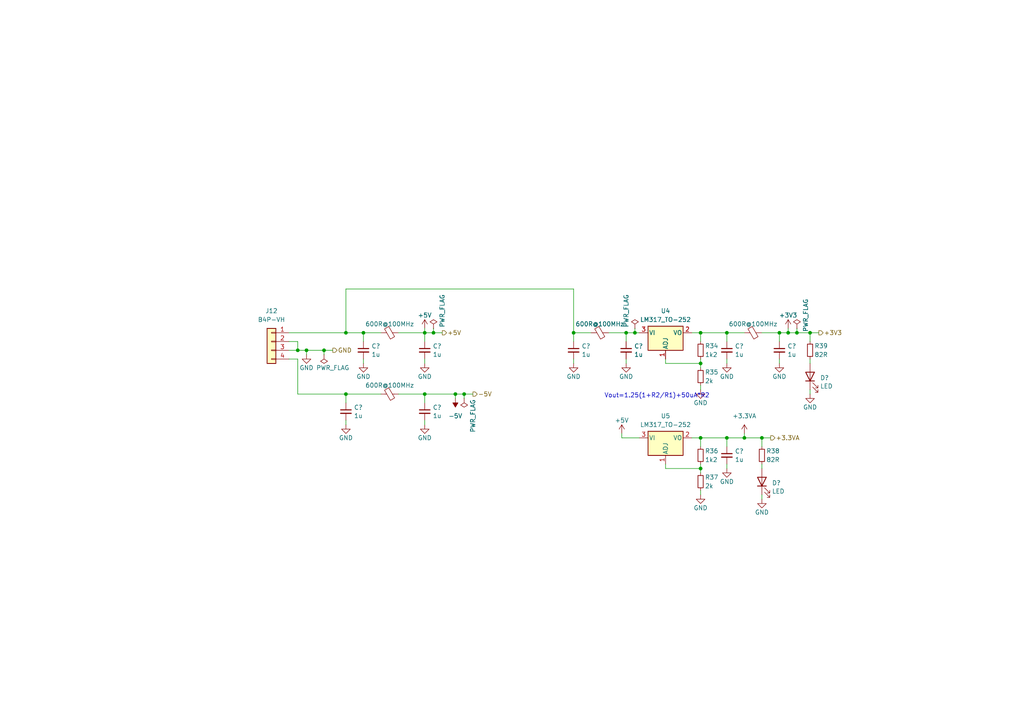
<source format=kicad_sch>
(kicad_sch (version 20230121) (generator eeschema)
  (paper "A4")
  (title_block (title "SmallDSP") (date "2023-10-12") (rev "1.1") (company "Till Heuer"))
  (lib_symbols
    (symbol "Connector_Generic:Conn_01x04" (pin_names (offset 1.016) hide)
      (property "Reference" "J" (at 0 5.08 0))
      (property "Value" "Conn_01x04" (at 0 -7.62 0))
      (symbol "Conn_01x04_1_1"
        (rectangle (start -1.27 -4.953) (end 0 -5.207) (stroke (width 0.1524)))
        (rectangle (start -1.27 -2.413) (end 0 -2.667) (stroke (width 0.1524)))
        (rectangle (start -1.27 0.127) (end 0 -0.127) (stroke (width 0.1524)))
        (rectangle (start -1.27 2.667) (end 0 2.413) (stroke (width 0.1524)))
        (rectangle (start -1.27 3.81) (end 1.27 -6.35) (stroke (width 0.254)) (fill (type background)))
        (pin passive line (at -5.08 2.54 0) (length 3.81) (name "Pin_1") (number "1"))
        (pin passive line (at -5.08 0 0) (length 3.81) (name "Pin_2") (number "2"))
        (pin passive line (at -5.08 -2.54 0) (length 3.81) (name "Pin_3") (number "3"))
        (pin passive line (at -5.08 -5.08 0) (length 3.81) (name "Pin_4") (number "4"))
      )
    )
    (symbol "Device:C_Small" (pin_numbers hide) (pin_names (offset 0.254) hide)
      (property "Reference" "C" (at 0.254 1.778 0))
      (property "Value" "C_Small" (at 0.254 -2.032 0))
      (symbol "C_Small_0_1"
        (polyline (pts (xy -1.524 -0.508) (xy 1.524 -0.508)) (stroke (width 0.3302)))
        (polyline (pts (xy -1.524 0.508) (xy 1.524 0.508)) (stroke (width 0.3048)))
      )
      (symbol "C_Small_1_1"
        (pin passive line (at 0 2.54 270) (length 2.032) (name "~") (number "1"))
        (pin passive line (at 0 -2.54 90) (length 2.032) (name "~") (number "2"))
      )
    )
    (symbol "Device:FerriteBead_Small" (pin_numbers hide) (pin_names (offset 0))
      (property "Reference" "FB" (at 1.905 1.27 0))
      (property "Value" "FerriteBead_Small" (at 1.905 -1.27 0))
      (symbol "FerriteBead_Small_0_1"
        (polyline (pts (xy 0 -1.27) (xy 0 -0.7874)))
        (polyline (pts (xy 0 0.889) (xy 0 1.2954)))
        (polyline (pts (xy -1.8288 0.2794) (xy -1.1176 1.4986) (xy 1.8288 -0.2032) (xy 1.1176 -1.4224) (xy -1.8288 0.2794)))
      )
      (symbol "FerriteBead_Small_1_1"
        (pin passive line (at 0 2.54 270) (length 1.27) (name "~") (number "1"))
        (pin passive line (at 0 -2.54 90) (length 1.27) (name "~") (number "2"))
      )
    )
    (symbol "Device:LED" (pin_numbers hide) (pin_names (offset 1.016) hide)
      (property "Reference" "D" (at 0 2.54 0))
      (property "Value" "LED" (at 0 -2.54 0))
      (symbol "LED_0_1"
        (polyline (pts (xy -1.27 -1.27) (xy -1.27 1.27)) (stroke (width 0.254)))
        (polyline (pts (xy -1.27 0) (xy 1.27 0)))
        (polyline (pts (xy 1.27 -1.27) (xy 1.27 1.27) (xy -1.27 0) (xy 1.27 -1.27)) (stroke (width 0.254)))
        (polyline (pts (xy -3.048 -0.762) (xy -4.572 -2.286) (xy -3.81 -2.286) (xy -4.572 -2.286) (xy -4.572 -1.524)))
        (polyline (pts (xy -1.778 -0.762) (xy -3.302 -2.286) (xy -2.54 -2.286) (xy -3.302 -2.286) (xy -3.302 -1.524)))
      )
      (symbol "LED_1_1"
        (pin passive line (at -3.81 0 0) (length 2.54) (name "K") (number "1"))
        (pin passive line (at 3.81 0 180) (length 2.54) (name "A") (number "2"))
      )
    )
    (symbol "Device:R_Small" (pin_numbers hide) (pin_names (offset 0.254) hide)
      (property "Reference" "R" (at 0.762 0.508 0))
      (property "Value" "R_Small" (at 0.762 -1.016 0))
      (symbol "R_Small_0_1"
        (rectangle (start -0.762 1.778) (end 0.762 -1.778) (stroke (width 0.2032)))
      )
      (symbol "R_Small_1_1"
        (pin passive line (at 0 2.54 270) (length 0.762) (name "~") (number "1"))
        (pin passive line (at 0 -2.54 90) (length 0.762) (name "~") (number "2"))
      )
    )
    (symbol "Regulator_Linear:LM317_TO-252" (pin_names (offset 0.254))
      (property "Reference" "U" (at -3.81 3.175 0))
      (property "Value" "LM317_TO-252" (at 0 3.175 0))
      (symbol "LM317_TO-252_0_1"
        (rectangle (start -5.08 1.905) (end 5.08 -5.08) (stroke (width 0.254)) (fill (type background)))
      )
      (symbol "LM317_TO-252_1_1"
        (pin input line (at 0 -7.62 90) (length 2.54) (name "ADJ") (number "1"))
        (pin power_out line (at 7.62 0 180) (length 2.54) (name "VO") (number "2"))
        (pin power_in line (at -7.62 0 0) (length 2.54) (name "VI") (number "3"))
      )
    )
    (symbol "power:+3.3VA" (power) (pin_names (offset 0))
      (property "Value" "+3.3VA" (at 0 3.556 0))
      (symbol "+3.3VA_0_1"
        (polyline (pts (xy -0.762 1.27) (xy 0 2.54)))
        (polyline (pts (xy 0 0) (xy 0 2.54)))
        (polyline (pts (xy 0 2.54) (xy 0.762 1.27)))
      )
      (symbol "+3.3VA_1_1"
        (pin power_in line (at 0 0 90) (length 0) hide (name "+3.3VA") (number "1"))
      )
    )
    (symbol "power:+3V3" (power) (pin_names (offset 0))
      (property "Value" "+3V3" (at 0 3.556 0))
      (symbol "+3V3_0_1"
        (polyline (pts (xy -0.762 1.27) (xy 0 2.54)))
        (polyline (pts (xy 0 0) (xy 0 2.54)))
        (polyline (pts (xy 0 2.54) (xy 0.762 1.27)))
      )
      (symbol "+3V3_1_1"
        (pin power_in line (at 0 0 90) (length 0) hide (name "+3V3") (number "1"))
      )
    )
    (symbol "power:+5V" (power) (pin_names (offset 0))
      (property "Value" "+5V" (at 0 3.556 0))
      (symbol "+5V_0_1"
        (polyline (pts (xy -0.762 1.27) (xy 0 2.54)))
        (polyline (pts (xy 0 0) (xy 0 2.54)))
        (polyline (pts (xy 0 2.54) (xy 0.762 1.27)))
      )
      (symbol "+5V_1_1"
        (pin power_in line (at 0 0 90) (length 0) hide (name "+5V") (number "1"))
      )
    )
    (symbol "power:-5V" (power) (pin_names (offset 0))
      (property "Value" "-5V" (at 0 3.81 0))
      (symbol "-5V_0_0"
        (pin power_in line (at 0 0 90) (length 0) hide (name "-5V") (number "1"))
      )
      (symbol "-5V_0_1"
        (polyline (pts (xy 0 0) (xy 0 1.27) (xy 0.762 1.27) (xy 0 2.54) (xy -0.762 1.27) (xy 0 1.27)) (fill (type outline)))
      )
    )
    (symbol "power:GND" (power) (pin_names (offset 0))
      (property "Value" "GND" (at 0 -3.81 0))
      (symbol "GND_0_1"
        (polyline (pts (xy 0 0) (xy 0 -1.27) (xy 1.27 -1.27) (xy 0 -2.54) (xy -1.27 -1.27) (xy 0 -1.27)))
      )
      (symbol "GND_1_1"
        (pin power_in line (at 0 0 270) (length 0) hide (name "GND") (number "1"))
      )
    )
    (symbol "power:PWR_FLAG" (power) (pin_numbers hide) (pin_names (offset 0) hide)
      (property "Value" "PWR_FLAG" (at 0 3.81 0))
      (symbol "PWR_FLAG_0_0"
        (pin power_out line (at 0 0 90) (length 0) (name "pwr") (number "1"))
      )
      (symbol "PWR_FLAG_0_1"
        (polyline (pts (xy 0 0) (xy 0 1.27) (xy -1.016 1.905) (xy 0 2.54) (xy 1.016 1.905) (xy 0 1.27)))
      )
    )
  )
  (junction (at 228.6 96.52))
  (junction (at 100.33 114.3))
  (junction (at 125.73 96.52))
  (junction (at 203.2 105.41))
  (junction (at 132.08 114.3))
  (junction (at 123.19 96.52))
  (junction (at 203.2 96.52))
  (junction (at 226.06 96.52))
  (junction (at 203.2 135.89))
  (junction (at 123.19 114.3))
  (junction (at 166.37 96.52))
  (junction (at 210.82 96.52))
  (junction (at 220.98 127))
  (junction (at 210.82 127))
  (junction (at 93.98 101.6))
  (junction (at 184.15 96.52))
  (junction (at 231.14 96.52))
  (junction (at 181.61 96.52))
  (junction (at 105.41 96.52))
  (junction (at 234.95 96.52))
  (junction (at 215.9 127))
  (junction (at 86.36 101.6))
  (junction (at 100.33 96.52))
  (junction (at 203.2 127))
  (junction (at 88.9 101.6))
  (junction (at 134.62 114.3))
  (wire (pts (xy 210.82 127) (xy 215.9 127)))
  (wire (pts (xy 203.2 104.14) (xy 203.2 105.41)))
  (wire (pts (xy 123.19 95.25) (xy 123.19 96.52)))
  (wire (pts (xy 105.41 104.14) (xy 105.41 105.41)))
  (wire (pts (xy 203.2 111.76) (xy 203.2 113.03)))
  (wire (pts (xy 200.66 96.52) (xy 203.2 96.52)))
  (wire (pts (xy 100.33 114.3) (xy 100.33 116.84)))
  (wire (pts (xy 100.33 121.92) (xy 100.33 123.19)))
  (wire (pts (xy 166.37 83.82) (xy 100.33 83.82)))
  (wire (pts (xy 93.98 101.6) (xy 93.98 102.87)))
  (wire (pts (xy 86.36 104.14) (xy 86.36 114.3)))
  (wire (pts (xy 228.6 96.52) (xy 231.14 96.52)))
  (wire (pts (xy 123.19 121.92) (xy 123.19 123.19)))
  (wire (pts (xy 203.2 135.89) (xy 203.2 137.16)))
  (wire (pts (xy 234.95 96.52) (xy 237.49 96.52)))
  (wire (pts (xy 184.15 95.25) (xy 184.15 96.52)))
  (wire (pts (xy 180.34 127) (xy 185.42 127)))
  (wire (pts (xy 181.61 99.06) (xy 181.61 96.52)))
  (wire (pts (xy 88.9 101.6) (xy 88.9 102.87)))
  (wire (pts (xy 86.36 114.3) (xy 100.33 114.3)))
  (wire (pts (xy 134.62 114.3) (xy 134.62 115.57)))
  (wire (pts (xy 203.2 129.54) (xy 203.2 127)))
  (wire (pts (xy 132.08 114.3) (xy 134.62 114.3)))
  (wire (pts (xy 86.36 99.06) (xy 86.36 101.6)))
  (wire (pts (xy 83.82 99.06) (xy 86.36 99.06)))
  (wire (pts (xy 180.34 125.73) (xy 180.34 127)))
  (wire (pts (xy 220.98 96.52) (xy 226.06 96.52)))
  (wire (pts (xy 166.37 96.52) (xy 171.45 96.52)))
  (wire (pts (xy 203.2 96.52) (xy 210.82 96.52)))
  (wire (pts (xy 181.61 96.52) (xy 184.15 96.52)))
  (wire (pts (xy 125.73 95.25) (xy 125.73 96.52)))
  (wire (pts (xy 231.14 96.52) (xy 234.95 96.52)))
  (wire (pts (xy 203.2 127) (xy 210.82 127)))
  (wire (pts (xy 132.08 115.57) (xy 132.08 114.3)))
  (wire (pts (xy 203.2 99.06) (xy 203.2 96.52)))
  (wire (pts (xy 115.57 96.52) (xy 123.19 96.52)))
  (wire (pts (xy 166.37 104.14) (xy 166.37 105.41)))
  (wire (pts (xy 100.33 114.3) (xy 110.49 114.3)))
  (wire (pts (xy 210.82 104.14) (xy 210.82 105.41)))
  (wire (pts (xy 132.08 114.3) (xy 123.19 114.3)))
  (wire (pts (xy 100.33 96.52) (xy 105.41 96.52)))
  (wire (pts (xy 215.9 127) (xy 220.98 127)))
  (wire (pts (xy 93.98 101.6) (xy 96.52 101.6)))
  (wire (pts (xy 123.19 114.3) (xy 123.19 116.84)))
  (wire (pts (xy 220.98 143.51) (xy 220.98 144.78)))
  (wire (pts (xy 83.82 104.14) (xy 86.36 104.14)))
  (wire (pts (xy 203.2 105.41) (xy 203.2 106.68)))
  (wire (pts (xy 210.82 134.62) (xy 210.82 135.89)))
  (wire (pts (xy 231.14 95.25) (xy 231.14 96.52)))
  (wire (pts (xy 125.73 96.52) (xy 128.27 96.52)))
  (wire (pts (xy 234.95 113.03) (xy 234.95 114.3)))
  (wire (pts (xy 83.82 101.6) (xy 86.36 101.6)))
  (wire (pts (xy 193.04 105.41) (xy 193.04 104.14)))
  (wire (pts (xy 105.41 96.52) (xy 105.41 99.06)))
  (wire (pts (xy 226.06 99.06) (xy 226.06 96.52)))
  (wire (pts (xy 105.41 96.52) (xy 110.49 96.52)))
  (wire (pts (xy 226.06 96.52) (xy 228.6 96.52)))
  (wire (pts (xy 193.04 135.89) (xy 203.2 135.89)))
  (wire (pts (xy 193.04 105.41) (xy 203.2 105.41)))
  (wire (pts (xy 226.06 105.41) (xy 226.06 104.14)))
  (wire (pts (xy 181.61 105.41) (xy 181.61 104.14)))
  (wire (pts (xy 134.62 114.3) (xy 137.16 114.3)))
  (wire (pts (xy 166.37 96.52) (xy 166.37 83.82)))
  (wire (pts (xy 100.33 83.82) (xy 100.33 96.52)))
  (wire (pts (xy 215.9 125.73) (xy 215.9 127)))
  (wire (pts (xy 210.82 96.52) (xy 210.82 99.06)))
  (wire (pts (xy 88.9 101.6) (xy 93.98 101.6)))
  (wire (pts (xy 115.57 114.3) (xy 123.19 114.3)))
  (wire (pts (xy 200.66 127) (xy 203.2 127)))
  (wire (pts (xy 203.2 142.24) (xy 203.2 143.51)))
  (wire (pts (xy 220.98 127) (xy 223.52 127)))
  (wire (pts (xy 123.19 96.52) (xy 125.73 96.52)))
  (wire (pts (xy 123.19 96.52) (xy 123.19 99.06)))
  (wire (pts (xy 83.82 96.52) (xy 100.33 96.52)))
  (wire (pts (xy 234.95 104.14) (xy 234.95 105.41)))
  (wire (pts (xy 176.53 96.52) (xy 181.61 96.52)))
  (wire (pts (xy 220.98 127) (xy 220.98 129.54)))
  (wire (pts (xy 234.95 96.52) (xy 234.95 99.06)))
  (wire (pts (xy 220.98 134.62) (xy 220.98 135.89)))
  (wire (pts (xy 210.82 127) (xy 210.82 129.54)))
  (wire (pts (xy 193.04 135.89) (xy 193.04 134.62)))
  (wire (pts (xy 228.6 95.25) (xy 228.6 96.52)))
  (wire (pts (xy 210.82 96.52) (xy 215.9 96.52)))
  (wire (pts (xy 86.36 101.6) (xy 88.9 101.6)))
  (wire (pts (xy 184.15 96.52) (xy 185.42 96.52)))
  (wire (pts (xy 123.19 104.14) (xy 123.19 105.41)))
  (wire (pts (xy 203.2 134.62) (xy 203.2 135.89)))
  (wire (pts (xy 166.37 96.52) (xy 166.37 99.06)))
  (text "Vout=1.25(1+R2/R1)+50uA*R2" (at 175.26 115.57 0) (effects (font (size 1.27 1.27)) (justify left bottom)))
  (hierarchical_label "GND" (shape output) (at 96.52 101.6 0))
  (hierarchical_label "+5V" (shape output) (at 128.27 96.52 0))
  (hierarchical_label "+3.3VA" (shape output) (at 223.52 127 0))
  (hierarchical_label "-5V" (shape output) (at 137.16 114.3 0))
  (hierarchical_label "+3V3" (shape output) (at 237.49 96.52 0))
  (symbol (lib_id "power:GND") (at 203.2 113.03 0) (unit 1)
    (property "Reference" "#PWR?" (effects hide))
    (property "Value" "GND" (at 203.2 116.84 0))
    (instances (project "SmallDSPMaxi" (path "" (reference "#PWR?") (unit 1)) (path "" (reference "#PWR066") (unit 1))))
  )
  (symbol (lib_id "power:-5V") (at 132.08 115.57 180) (unit 1)
    (property "Reference" "#PWR062" (effects hide))
    (property "Value" "-5V" (at 132.08 120.65 0))
  )
  (symbol (lib_id "power:+5V") (at 123.19 95.25 0) (unit 1)
    (property "Reference" "#PWR?" (effects hide))
    (property "Value" "+5V" (at 123.19 91.44 0))
    (instances (project "SmallDSPMaxi" (path "" (reference "#PWR?") (unit 1)) (path "" (reference "#PWR059") (unit 1))))
  )
  (symbol (lib_id "Regulator_Linear:LM317_TO-252") (at 193.04 127 0) (unit 1)
    (property "Reference" "U5" (at 193.04 120.65 0))
    (property "Value" "LM317_TO-252" (at 193.04 123.19 0))
    (property "Footprint" "Package_TO_SOT_SMD:TO-252-2" (effects hide))
    (property "Datasheet" "http://www.ti.com/lit/ds/snvs774n/snvs774n.pdf" (effects hide))
    (property "Assembling" "X" (effects hide))
    (property "Manufacturer" "UTC(Unisonic Tech) " (effects hide))
    (property "Part Number" "LM317AG-TN3-R " (effects hide))
    (property "LCSC Part #" "C75510" (effects hide))
  )
  (symbol (lib_id "Device:R_Small") (at 220.98 132.08 0) (unit 1)
    (property "Reference" "R38" (at 222.25 130.81 0) (effects (justify left)))
    (property "Value" "82R" (at 222.25 133.35 0) (effects (justify left)))
    (property "Footprint" "Resistor_SMD:R_0603_1608Metric" (effects hide))
    (property "Manufacturer" "UNI-ROYAL(Uniroyal Elec)" (effects hide))
    (property "Part Number" "0603WAF820JT5E" (effects hide))
    (property "Rated Power" "100mW" (effects hide))
    (property "Assembling" "X" (effects hide))
    (property "Tolerance" "1%" (effects hide))
    (property "LCSC Part #" "C23255" (effects hide))
  )
  (symbol (lib_id "Device:FerriteBead_Small") (at 113.03 114.3 90) (mirror x) (unit 1)
    (property "Reference" "FB?" (effects hide))
    (property "Value" "600R@100MHz" (at 113.03 111.76 90))
    (property "Footprint" "Inductor_SMD:L_0805_2012Metric" (effects hide))
    (property "Manufacturer" "Würth Elektronik" (effects hide))
    (property "Part Number" "78279220601" (effects hide))
    (property "Rated Current" "2A" (effects hide))
    (property "LCSC Part #" "-" (effects hide))
    (instances (project "SmallDSPMaxi" (path "" (reference "FB?") (unit 1)) (path "" (reference "FB2") (unit 1))))
  )
  (symbol (lib_id "power:+3.3VA") (at 215.9 125.73 0) (unit 1)
    (property "Reference" "#PWR070" (effects hide))
    (property "Value" "+3.3VA" (at 215.9 120.65 0))
  )
  (symbol (lib_id "power:GND") (at 105.41 105.41 0) (unit 1)
    (property "Reference" "#PWR?" (effects hide))
    (property "Value" "GND" (at 105.41 109.22 0))
    (instances (project "SmallDSPMaxi" (path "" (reference "#PWR?") (unit 1)) (path "" (reference "#PWR058") (unit 1))))
  )
  (symbol (lib_id "Device:FerriteBead_Small") (at 173.99 96.52 90) (mirror x) (unit 1)
    (property "Reference" "FB?" (effects hide))
    (property "Value" "600R@100MHz" (at 173.99 93.98 90))
    (property "Footprint" "Inductor_SMD:L_0805_2012Metric" (effects hide))
    (property "Manufacturer" "Würth Elektronik" (effects hide))
    (property "Part Number" "78279220601" (effects hide))
    (property "Rated Current" "2A" (effects hide))
    (property "LCSC Part #" "-" (effects hide))
    (instances (project "SmallDSPMaxi" (path "" (reference "FB?") (unit 1)) (path "" (reference "FB3") (unit 1))))
  )
  (symbol (lib_id "power:PWR_FLAG") (at 231.14 95.25 0) (mirror y) (unit 1)
    (property "Reference" "#FLG?" (effects hide))
    (property "Value" "PWR_FLAG" (at 233.68 91.44 90))
    (instances (project "SmallDSPMaxi" (path "" (reference "#FLG?") (unit 1)) (path "" (reference "#FLG07") (unit 1))))
  )
  (symbol (lib_id "Device:R_Small") (at 203.2 139.7 0) (unit 1)
    (property "Reference" "R37" (at 204.47 138.43 0) (effects (justify left)))
    (property "Value" "2k" (at 204.47 140.97 0) (effects (justify left)))
    (property "Footprint" "Resistor_SMD:R_0603_1608Metric" (effects hide))
    (property "Manufacturer" "UNI-ROYAL(Uniroyal Elec)" (effects hide))
    (property "Part Number" "0603WAF2001T5E" (effects hide))
    (property "Rated Power" "100mW" (effects hide))
    (property "Assembling" "X" (effects hide))
    (property "Tolerance" "1%" (effects hide))
    (property "LCSC Part #" "C22975" (effects hide))
  )
  (symbol (lib_id "Device:R_Small") (at 203.2 109.22 0) (unit 1)
    (property "Reference" "R35" (at 204.47 107.95 0) (effects (justify left)))
    (property "Value" "2k" (at 204.47 110.49 0) (effects (justify left)))
    (property "Footprint" "Resistor_SMD:R_0603_1608Metric" (effects hide))
    (property "Manufacturer" "UNI-ROYAL(Uniroyal Elec)" (effects hide))
    (property "Part Number" "0603WAF2001T5E" (effects hide))
    (property "Rated Power" "100mW" (effects hide))
    (property "Assembling" "X" (effects hide))
    (property "Tolerance" "1%" (effects hide))
    (property "LCSC Part #" "C22975" (effects hide))
  )
  (symbol (lib_id "power:PWR_FLAG") (at 125.73 95.25 0) (unit 1)
    (property "Reference" "#FLG?" (effects hide))
    (property "Value" "PWR_FLAG" (at 128.27 90.17 90))
    (instances (project "SmallDSPMaxi" (path "" (reference "#FLG?") (unit 1)) (path "" (reference "#FLG04") (unit 1))))
  )
  (symbol (lib_id "Device:FerriteBead_Small") (at 113.03 96.52 90) (mirror x) (unit 1)
    (property "Reference" "FB?" (effects hide))
    (property "Value" "600R@100MHz" (at 113.03 93.98 90))
    (property "Footprint" "Inductor_SMD:L_0805_2012Metric" (effects hide))
    (property "Manufacturer" "Würth Elektronik" (effects hide))
    (property "Part Number" "78279220601" (effects hide))
    (property "Rated Current" "2A" (effects hide))
    (property "LCSC Part #" "-" (effects hide))
    (instances (project "SmallDSPMaxi" (path "" (reference "FB?") (unit 1)) (path "" (reference "FB1") (unit 1))))
  )
  (symbol (lib_id "power:PWR_FLAG") (at 93.98 102.87 0) (mirror x) (unit 1)
    (property "Reference" "#FLG?" (effects hide))
    (property "Value" "PWR_FLAG" (at 96.52 106.68 0))
    (instances (project "SmallDSPMaxi" (path "" (reference "#FLG?") (unit 1)) (path "" (reference "#FLG03") (unit 1))))
  )
  (symbol (lib_id "power:GND") (at 181.61 105.41 0) (unit 1)
    (property "Reference" "#PWR?" (effects hide))
    (property "Value" "GND" (at 181.61 109.22 0))
    (instances (project "SmallDSPMaxi" (path "" (reference "#PWR?") (unit 1)) (path "" (reference "#PWR065") (unit 1))))
  )
  (symbol (lib_id "power:GND") (at 210.82 105.41 0) (unit 1)
    (property "Reference" "#PWR?" (effects hide))
    (property "Value" "GND" (at 210.82 109.22 0))
    (instances (project "SmallDSPMaxi" (path "" (reference "#PWR?") (unit 1)) (path "" (reference "#PWR068") (unit 1))))
  )
  (symbol (lib_id "power:GND") (at 100.33 123.19 0) (unit 1)
    (property "Reference" "#PWR?" (effects hide))
    (property "Value" "GND" (at 100.33 127 0))
    (instances (project "SmallDSPMaxi" (path "" (reference "#PWR?") (unit 1)) (path "" (reference "#PWR057") (unit 1))))
  )
  (symbol (lib_id "Device:C_Small") (at 210.82 132.08 0) (unit 1)
    (property "Reference" "C?" (at 213.1441 130.8742 0) (effects (justify left)))
    (property "Value" "1u" (at 213.1441 133.2984 0) (effects (justify left)))
    (property "Footprint" "Capacitor_SMD:C_0805_2012Metric" (effects hide))
    (property "Dielectric" "X7R" (effects hide))
    (property "Rated Voltage" "50V" (effects hide))
    (property "Assembling" "X" (effects hide))
    (property "Manufacturer" "Samsung Electro-Mechanics" (effects hide))
    (property "Part Number" "CL21B105KBFNNNE" (effects hide))
    (property "Tolerance" "10%" (effects hide))
    (property "LCSC Part #" "C28323" (effects hide))
    (instances (project "SmallDSPMaxi" (path "" (reference "C?") (unit 1)) (path "" (reference "C16") (unit 1))))
  )
  (symbol (lib_id "power:GND") (at 166.37 105.41 0) (unit 1)
    (property "Reference" "#PWR?" (effects hide))
    (property "Value" "GND" (at 166.37 109.22 0))
    (instances (project "SmallDSPMaxi" (path "" (reference "#PWR?") (unit 1)) (path "" (reference "#PWR063") (unit 1))))
  )
  (symbol (lib_id "power:GND") (at 203.2 143.51 0) (unit 1)
    (property "Reference" "#PWR?" (effects hide))
    (property "Value" "GND" (at 203.2 147.32 0))
    (instances (project "SmallDSPMaxi" (path "" (reference "#PWR?") (unit 1)) (path "" (reference "#PWR067") (unit 1))))
  )
  (symbol (lib_id "power:+3V3") (at 228.6 95.25 0) (unit 1)
    (property "Reference" "#PWR?" (effects hide))
    (property "Value" "+3V3" (at 228.6 91.44 0))
    (instances (project "SmallDSPMaxi" (path "" (reference "#PWR?") (unit 1)) (path "" (reference "#PWR073") (unit 1))))
  )
  (symbol (lib_id "power:PWR_FLAG") (at 134.62 115.57 0) (mirror x) (unit 1)
    (property "Reference" "#FLG?" (effects hide))
    (property "Value" "PWR_FLAG" (at 137.16 120.65 90))
    (instances (project "SmallDSPMaxi" (path "" (reference "#FLG?") (unit 1)) (path "" (reference "#FLG05") (unit 1))))
  )
  (symbol (lib_id "power:+5V") (at 180.34 125.73 0) (unit 1)
    (property "Reference" "#PWR?" (effects hide))
    (property "Value" "+5V" (at 180.34 121.92 0))
    (instances (project "SmallDSPMaxi" (path "" (reference "#PWR?") (unit 1)) (path "" (reference "#PWR064") (unit 1))))
  )
  (symbol (lib_id "Regulator_Linear:LM317_TO-252") (at 193.04 96.52 0) (unit 1)
    (property "Reference" "U4" (at 193.04 90.17 0))
    (property "Value" "LM317_TO-252" (at 193.04 92.71 0))
    (property "Footprint" "Package_TO_SOT_SMD:TO-252-2" (effects hide))
    (property "Datasheet" "http://www.ti.com/lit/ds/snvs774n/snvs774n.pdf" (effects hide))
    (property "Assembling" "X" (effects hide))
    (property "Manufacturer" "UTC(Unisonic Tech) " (effects hide))
    (property "Part Number" "LM317AG-TN3-R " (effects hide))
    (property "LCSC Part #" "C75510" (effects hide))
  )
  (symbol (lib_id "power:GND") (at 226.06 105.41 0) (unit 1)
    (property "Reference" "#PWR?" (effects hide))
    (property "Value" "GND" (at 226.06 109.22 0))
    (instances (project "SmallDSPMaxi" (path "" (reference "#PWR?") (unit 1)) (path "" (reference "#PWR072") (unit 1))))
  )
  (symbol (lib_id "power:GND") (at 88.9 102.87 0) (unit 1)
    (property "Reference" "#PWR?" (effects hide))
    (property "Value" "GND" (at 88.9 106.68 0))
    (instances (project "SmallDSPMaxi" (path "" (reference "#PWR?") (unit 1)) (path "" (reference "#PWR056") (unit 1))))
  )
  (symbol (lib_id "Device:C_Small") (at 166.37 101.6 0) (unit 1)
    (property "Reference" "C?" (at 168.6941 100.3942 0) (effects (justify left)))
    (property "Value" "1u" (at 168.6941 102.8184 0) (effects (justify left)))
    (property "Footprint" "Capacitor_SMD:C_0805_2012Metric" (effects hide))
    (property "Dielectric" "X7R" (effects hide))
    (property "Rated Voltage" "50V" (effects hide))
    (property "Assembling" "X" (effects hide))
    (property "Manufacturer" "Samsung Electro-Mechanics" (effects hide))
    (property "Part Number" "CL21B105KBFNNNE" (effects hide))
    (property "Tolerance" "10%" (effects hide))
    (property "LCSC Part #" "C28323" (effects hide))
    (instances (project "SmallDSPMaxi" (path "" (reference "C?") (unit 1)) (path "" (reference "C13") (unit 1))))
  )
  (symbol (lib_id "power:GND") (at 123.19 123.19 0) (unit 1)
    (property "Reference" "#PWR?" (effects hide))
    (property "Value" "GND" (at 123.19 127 0))
    (instances (project "SmallDSPMaxi" (path "" (reference "#PWR?") (unit 1)) (path "" (reference "#PWR061") (unit 1))))
  )
  (symbol (lib_id "Device:LED") (at 234.95 109.22 90) (unit 1)
    (property "Reference" "D?" (at 237.871 109.5954 90) (effects (justify right)))
    (property "Value" "LED" (at 237.871 112.0196 90) (effects (justify right)))
    (property "Footprint" "LED_SMD:LED_0603_1608Metric" (effects hide))
    (property "Assembling" "X" (effects hide))
    (property "Manufacturer" "Everlight Elec" (effects hide))
    (property "Part Number" "19-217/BHC-ZL1M2RY/3T" (effects hide))
    (property "LCSC Part #" "C72041" (effects hide))
    (instances (project "SmallDSPMaxi" (path "" (reference "D?") (unit 1)) (path "" (reference "D14") (unit 1))))
  )
  (symbol (lib_id "Device:R_Small") (at 203.2 132.08 0) (unit 1)
    (property "Reference" "R36" (at 204.47 130.81 0) (effects (justify left)))
    (property "Value" "1k2" (at 204.47 133.35 0) (effects (justify left)))
    (property "Footprint" "Resistor_SMD:R_0402_1005Metric" (effects hide))
    (property "Manufacturer" "UNI-ROYAL(Uniroyal Elec)" (effects hide))
    (property "Part Number" "0402WGF1201TCE" (effects hide))
    (property "Rated Power" "62.5mW" (effects hide))
    (property "Assembling" "X" (effects hide))
    (property "Tolerance" "1%" (effects hide))
    (property "LCSC Part #" "C25862" (effects hide))
  )
  (symbol (lib_id "power:GND") (at 234.95 114.3 0) (unit 1)
    (property "Reference" "#PWR?" (effects hide))
    (property "Value" "GND" (at 234.95 118.11 0))
    (instances (project "SmallDSPMaxi" (path "" (reference "#PWR?") (unit 1)) (path "" (reference "#PWR074") (unit 1))))
  )
  (symbol (lib_id "power:PWR_FLAG") (at 184.15 95.25 0) (mirror y) (unit 1)
    (property "Reference" "#FLG?" (effects hide))
    (property "Value" "PWR_FLAG" (at 181.61 90.17 90))
    (instances (project "SmallDSPMaxi" (path "" (reference "#FLG?") (unit 1)) (path "" (reference "#FLG06") (unit 1))))
  )
  (symbol (lib_id "Device:C_Small") (at 181.61 101.6 0) (unit 1)
    (property "Reference" "C?" (at 183.9341 100.3942 0) (effects (justify left)))
    (property "Value" "1u" (at 183.9341 102.8184 0) (effects (justify left)))
    (property "Footprint" "Capacitor_SMD:C_0805_2012Metric" (effects hide))
    (property "Dielectric" "X7R" (effects hide))
    (property "Rated Voltage" "50V" (effects hide))
    (property "Assembling" "X" (effects hide))
    (property "Manufacturer" "Samsung Electro-Mechanics" (effects hide))
    (property "Part Number" "CL21B105KBFNNNE" (effects hide))
    (property "Tolerance" "10%" (effects hide))
    (property "LCSC Part #" "C28323" (effects hide))
    (instances (project "SmallDSPMaxi" (path "" (reference "C?") (unit 1)) (path "" (reference "C14") (unit 1))))
  )
  (symbol (lib_id "Device:C_Small") (at 123.19 119.38 0) (unit 1)
    (property "Reference" "C?" (at 125.5141 118.1742 0) (effects (justify left)))
    (property "Value" "1u" (at 125.5141 120.5984 0) (effects (justify left)))
    (property "Footprint" "Capacitor_SMD:C_0805_2012Metric" (effects hide))
    (property "Dielectric" "X7R" (effects hide))
    (property "Rated Voltage" "50V" (effects hide))
    (property "Assembling" "X" (effects hide))
    (property "Manufacturer" "Samsung Electro-Mechanics" (effects hide))
    (property "Part Number" "CL21B105KBFNNNE" (effects hide))
    (property "Tolerance" "10%" (effects hide))
    (property "LCSC Part #" "C28323" (effects hide))
    (instances (project "SmallDSPMaxi" (path "" (reference "C?") (unit 1)) (path "" (reference "C12") (unit 1))))
  )
  (symbol (lib_id "Device:C_Small") (at 226.06 101.6 0) (unit 1)
    (property "Reference" "C?" (at 228.3841 100.3942 0) (effects (justify left)))
    (property "Value" "1u" (at 228.3841 102.8184 0) (effects (justify left)))
    (property "Footprint" "Capacitor_SMD:C_0805_2012Metric" (effects hide))
    (property "Dielectric" "X7R" (effects hide))
    (property "Rated Voltage" "50V" (effects hide))
    (property "Assembling" "X" (effects hide))
    (property "Manufacturer" "Samsung Electro-Mechanics" (effects hide))
    (property "Part Number" "CL21B105KBFNNNE" (effects hide))
    (property "Tolerance" "10%" (effects hide))
    (property "LCSC Part #" "C28323" (effects hide))
    (instances (project "SmallDSPMaxi" (path "" (reference "C?") (unit 1)) (path "" (reference "C17") (unit 1))))
  )
  (symbol (lib_id "Device:FerriteBead_Small") (at 218.44 96.52 90) (mirror x) (unit 1)
    (property "Reference" "FB?" (effects hide))
    (property "Value" "600R@100MHz" (at 218.44 93.98 90))
    (property "Footprint" "Inductor_SMD:L_0805_2012Metric" (effects hide))
    (property "Manufacturer" "Würth Elektronik" (effects hide))
    (property "Part Number" "78279220601" (effects hide))
    (property "Rated Current" "2A" (effects hide))
    (property "LCSC Part #" "-" (effects hide))
    (instances (project "SmallDSPMaxi" (path "" (reference "FB?") (unit 1)) (path "" (reference "FB4") (unit 1))))
  )
  (symbol (lib_id "Device:R_Small") (at 203.2 101.6 0) (unit 1)
    (property "Reference" "R34" (at 204.47 100.33 0) (effects (justify left)))
    (property "Value" "1k2" (at 204.47 102.87 0) (effects (justify left)))
    (property "Footprint" "Resistor_SMD:R_0402_1005Metric" (effects hide))
    (property "Manufacturer" "UNI-ROYAL(Uniroyal Elec)" (effects hide))
    (property "Part Number" "0402WGF1201TCE" (effects hide))
    (property "Rated Power" "62.5mW" (effects hide))
    (property "Assembling" "X" (effects hide))
    (property "Tolerance" "1%" (effects hide))
    (property "LCSC Part #" "C25862" (effects hide))
  )
  (symbol (lib_id "power:GND") (at 123.19 105.41 0) (unit 1)
    (property "Reference" "#PWR?" (effects hide))
    (property "Value" "GND" (at 123.19 109.22 0))
    (instances (project "SmallDSPMaxi" (path "" (reference "#PWR?") (unit 1)) (path "" (reference "#PWR060") (unit 1))))
  )
  (symbol (lib_id "Device:C_Small") (at 210.82 101.6 0) (unit 1)
    (property "Reference" "C?" (at 213.1441 100.3942 0) (effects (justify left)))
    (property "Value" "1u" (at 213.1441 102.8184 0) (effects (justify left)))
    (property "Footprint" "Capacitor_SMD:C_0805_2012Metric" (effects hide))
    (property "Dielectric" "X7R" (effects hide))
    (property "Rated Voltage" "50V" (effects hide))
    (property "Assembling" "X" (effects hide))
    (property "Manufacturer" "Samsung Electro-Mechanics" (effects hide))
    (property "Part Number" "CL21B105KBFNNNE" (effects hide))
    (property "Tolerance" "10%" (effects hide))
    (property "LCSC Part #" "C28323" (effects hide))
    (instances (project "SmallDSPMaxi" (path "" (reference "C?") (unit 1)) (path "" (reference "C15") (unit 1))))
  )
  (symbol (lib_id "Connector_Generic:Conn_01x04") (at 78.74 99.06 0) (mirror y) (unit 1)
    (property "Reference" "J12" (at 78.74 90.17 0))
    (property "Value" "B4P-VH" (at 78.74 92.71 0))
    (property "Footprint" "Connector_JST:JST_VH_B4P-VH_1x04_P3.96mm_Vertical" (effects hide))
    (property "LCSC Part #" "-" (effects hide))
    (property "Manufacturer" "JST" (effects hide))
    (property "Part Number" "B4P-VH" (effects hide))
  )
  (symbol (lib_id "Device:LED") (at 220.98 139.7 90) (unit 1)
    (property "Reference" "D?" (at 223.901 140.0754 90) (effects (justify right)))
    (property "Value" "LED" (at 223.901 142.4996 90) (effects (justify right)))
    (property "Footprint" "LED_SMD:LED_0603_1608Metric" (effects hide))
    (property "Assembling" "X" (effects hide))
    (property "Manufacturer" "Everlight Elec" (effects hide))
    (property "Part Number" "19-217/BHC-ZL1M2RY/3T" (effects hide))
    (property "LCSC Part #" "C72041" (effects hide))
    (instances (project "SmallDSPMaxi" (path "" (reference "D?") (unit 1)) (path "" (reference "D13") (unit 1))))
  )
  (symbol (lib_id "Device:C_Small") (at 123.19 101.6 0) (unit 1)
    (property "Reference" "C?" (at 125.5141 100.3942 0) (effects (justify left)))
    (property "Value" "1u" (at 125.5141 102.8184 0) (effects (justify left)))
    (property "Footprint" "Capacitor_SMD:C_0805_2012Metric" (effects hide))
    (property "Dielectric" "X7R" (effects hide))
    (property "Rated Voltage" "50V" (effects hide))
    (property "Assembling" "X" (effects hide))
    (property "Manufacturer" "Samsung Electro-Mechanics" (effects hide))
    (property "Part Number" "CL21B105KBFNNNE" (effects hide))
    (property "Tolerance" "10%" (effects hide))
    (property "LCSC Part #" "C28323" (effects hide))
    (instances (project "SmallDSPMaxi" (path "" (reference "C?") (unit 1)) (path "" (reference "C11") (unit 1))))
  )
  (symbol (lib_id "Device:R_Small") (at 234.95 101.6 0) (unit 1)
    (property "Reference" "R39" (at 236.22 100.33 0) (effects (justify left)))
    (property "Value" "82R" (at 236.22 102.87 0) (effects (justify left)))
    (property "Footprint" "Resistor_SMD:R_0603_1608Metric" (effects hide))
    (property "Manufacturer" "UNI-ROYAL(Uniroyal Elec)" (effects hide))
    (property "Part Number" "0603WAF820JT5E" (effects hide))
    (property "Rated Power" "100mW" (effects hide))
    (property "Assembling" "X" (effects hide))
    (property "Tolerance" "1%" (effects hide))
    (property "LCSC Part #" "C23255" (effects hide))
  )
  (symbol (lib_id "Device:C_Small") (at 105.41 101.6 0) (unit 1)
    (property "Reference" "C?" (at 107.7341 100.3942 0) (effects (justify left)))
    (property "Value" "1u" (at 107.7341 102.8184 0) (effects (justify left)))
    (property "Footprint" "Capacitor_SMD:C_0805_2012Metric" (effects hide))
    (property "Dielectric" "X7R" (effects hide))
    (property "Rated Voltage" "50V" (effects hide))
    (property "Assembling" "X" (effects hide))
    (property "Manufacturer" "Samsung Electro-Mechanics" (effects hide))
    (property "Part Number" "CL21B105KBFNNNE" (effects hide))
    (property "Tolerance" "10%" (effects hide))
    (property "LCSC Part #" "C28323" (effects hide))
    (instances (project "SmallDSPMaxi" (path "" (reference "C?") (unit 1)) (path "" (reference "C10") (unit 1))))
  )
  (symbol (lib_id "Device:C_Small") (at 100.33 119.38 0) (unit 1)
    (property "Reference" "C?" (at 102.6541 118.1742 0) (effects (justify left)))
    (property "Value" "1u" (at 102.6541 120.5984 0) (effects (justify left)))
    (property "Footprint" "Capacitor_SMD:C_0805_2012Metric" (effects hide))
    (property "Dielectric" "X7R" (effects hide))
    (property "Rated Voltage" "50V" (effects hide))
    (property "Assembling" "X" (effects hide))
    (property "Manufacturer" "Samsung Electro-Mechanics" (effects hide))
    (property "Part Number" "CL21B105KBFNNNE" (effects hide))
    (property "Tolerance" "10%" (effects hide))
    (property "LCSC Part #" "C28323" (effects hide))
    (instances (project "SmallDSPMaxi" (path "" (reference "C?") (unit 1)) (path "" (reference "C9") (unit 1))))
  )
  (symbol (lib_id "power:GND") (at 220.98 144.78 0) (unit 1)
    (property "Reference" "#PWR?" (effects hide))
    (property "Value" "GND" (at 220.98 148.59 0))
    (instances (project "SmallDSPMaxi" (path "" (reference "#PWR?") (unit 1)) (path "" (reference "#PWR071") (unit 1))))
  )
  (symbol (lib_id "power:GND") (at 210.82 135.89 0) (unit 1)
    (property "Reference" "#PWR?" (effects hide))
    (property "Value" "GND" (at 210.82 139.7 0))
    (instances (project "SmallDSPMaxi" (path "" (reference "#PWR?") (unit 1)) (path "" (reference "#PWR069") (unit 1))))
  )
)
</source>
